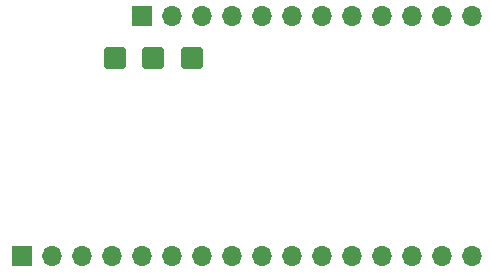
<source format=gbr>
%TF.GenerationSoftware,KiCad,Pcbnew,(6.0.11-0)*%
%TF.CreationDate,2023-02-12T12:49:48-05:00*%
%TF.ProjectId,EyeSPI-Featherwing,45796553-5049-42d4-9665-617468657277,2.0.0*%
%TF.SameCoordinates,Original*%
%TF.FileFunction,Soldermask,Bot*%
%TF.FilePolarity,Negative*%
%FSLAX46Y46*%
G04 Gerber Fmt 4.6, Leading zero omitted, Abs format (unit mm)*
G04 Created by KiCad (PCBNEW (6.0.11-0)) date 2023-02-12 12:49:48*
%MOMM*%
%LPD*%
G01*
G04 APERTURE LIST*
G04 Aperture macros list*
%AMRoundRect*
0 Rectangle with rounded corners*
0 $1 Rounding radius*
0 $2 $3 $4 $5 $6 $7 $8 $9 X,Y pos of 4 corners*
0 Add a 4 corners polygon primitive as box body*
4,1,4,$2,$3,$4,$5,$6,$7,$8,$9,$2,$3,0*
0 Add four circle primitives for the rounded corners*
1,1,$1+$1,$2,$3*
1,1,$1+$1,$4,$5*
1,1,$1+$1,$6,$7*
1,1,$1+$1,$8,$9*
0 Add four rect primitives between the rounded corners*
20,1,$1+$1,$2,$3,$4,$5,0*
20,1,$1+$1,$4,$5,$6,$7,0*
20,1,$1+$1,$6,$7,$8,$9,0*
20,1,$1+$1,$8,$9,$2,$3,0*%
G04 Aperture macros list end*
%ADD10RoundRect,0.250000X-0.675000X-0.675000X0.675000X-0.675000X0.675000X0.675000X-0.675000X0.675000X0*%
%ADD11R,1.700000X1.700000*%
%ADD12O,1.700000X1.700000*%
G04 APERTURE END LIST*
D10*
%TO.C,J108*%
X137325100Y-98348800D03*
%TD*%
%TO.C,J109*%
X143827500Y-98348800D03*
%TD*%
%TO.C,J107*%
X140576300Y-98348800D03*
%TD*%
D11*
%TO.C,J102*%
X139611100Y-94843600D03*
D12*
X142151100Y-94843600D03*
X144691100Y-94843600D03*
X147231100Y-94843600D03*
X149771100Y-94843600D03*
X152311100Y-94843600D03*
X154851100Y-94843600D03*
X157391100Y-94843600D03*
X159931100Y-94843600D03*
X162471100Y-94843600D03*
X165011100Y-94843600D03*
X167551100Y-94843600D03*
%TD*%
D11*
%TO.C,J101*%
X129451100Y-115163600D03*
D12*
X131991100Y-115163600D03*
X134531100Y-115163600D03*
X137071100Y-115163600D03*
X139611100Y-115163600D03*
X142151100Y-115163600D03*
X144691100Y-115163600D03*
X147231100Y-115163600D03*
X149771100Y-115163600D03*
X152311100Y-115163600D03*
X154851100Y-115163600D03*
X157391100Y-115163600D03*
X159931100Y-115163600D03*
X162471100Y-115163600D03*
X165011100Y-115163600D03*
X167551100Y-115163600D03*
%TD*%
M02*

</source>
